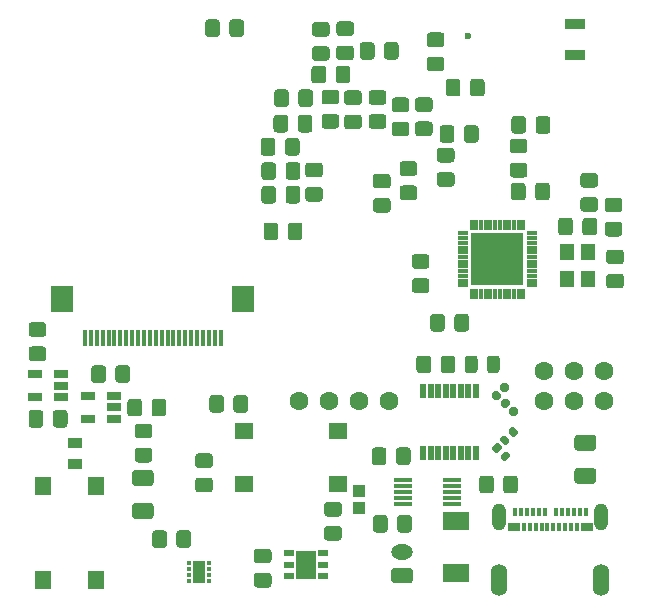
<source format=gbr>
G04 #@! TF.GenerationSoftware,KiCad,Pcbnew,(5.1.6)-1*
G04 #@! TF.CreationDate,2020-10-17T23:58:27+09:00*
G04 #@! TF.ProjectId,guardianCam_Wifi,67756172-6469-4616-9e43-616d5f576966,rev?*
G04 #@! TF.SameCoordinates,Original*
G04 #@! TF.FileFunction,Soldermask,Top*
G04 #@! TF.FilePolarity,Negative*
%FSLAX46Y46*%
G04 Gerber Fmt 4.6, Leading zero omitted, Abs format (unit mm)*
G04 Created by KiCad (PCBNEW (5.1.6)-1) date 2020-10-17 23:58:27*
%MOMM*%
%LPD*%
G01*
G04 APERTURE LIST*
%ADD10R,0.500000X1.300000*%
%ADD11R,1.070000X1.100000*%
%ADD12R,1.598600X0.404800*%
%ADD13R,1.100000X1.900000*%
%ADD14R,0.350000X0.300000*%
%ADD15R,0.960000X0.500000*%
%ADD16R,1.730000X2.470000*%
%ADD17R,1.649400X1.395400*%
%ADD18R,0.400000X0.800000*%
%ADD19R,1.100000X0.800000*%
%ADD20O,1.200000X2.300000*%
%ADD21O,1.400000X2.700000*%
%ADD22R,1.395400X1.649400*%
%ADD23C,1.600000*%
%ADD24R,0.303200X0.862000*%
%ADD25R,0.862000X0.303200*%
%ADD26R,4.443400X4.443400*%
%ADD27R,1.200000X1.400000*%
%ADD28R,1.160000X0.750000*%
%ADD29C,0.600000*%
%ADD30R,1.300000X0.900000*%
%ADD31R,2.200000X1.500000*%
%ADD32O,1.850000X1.300000*%
%ADD33R,1.700000X0.900000*%
%ADD34R,1.900000X2.300000*%
%ADD35R,0.400000X1.400000*%
G04 APERTURE END LIST*
G36*
G01*
X117685000Y-139231738D02*
X117685000Y-140188262D01*
G75*
G02*
X117413262Y-140460000I-271738J0D01*
G01*
X116706738Y-140460000D01*
G75*
G02*
X116435000Y-140188262I0J271738D01*
G01*
X116435000Y-139231738D01*
G75*
G02*
X116706738Y-138960000I271738J0D01*
G01*
X117413262Y-138960000D01*
G75*
G02*
X117685000Y-139231738I0J-271738D01*
G01*
G37*
G36*
G01*
X119735000Y-139231738D02*
X119735000Y-140188262D01*
G75*
G02*
X119463262Y-140460000I-271738J0D01*
G01*
X118756738Y-140460000D01*
G75*
G02*
X118485000Y-140188262I0J271738D01*
G01*
X118485000Y-139231738D01*
G75*
G02*
X118756738Y-138960000I271738J0D01*
G01*
X119463262Y-138960000D01*
G75*
G02*
X119735000Y-139231738I0J-271738D01*
G01*
G37*
D10*
X134567500Y-138650000D03*
X135202500Y-138650000D03*
X135837500Y-138650000D03*
X136472500Y-138650000D03*
X137107500Y-138650000D03*
X137742500Y-138650000D03*
X138377500Y-138650000D03*
X139012500Y-138650000D03*
X139012500Y-143850000D03*
X138377500Y-143850000D03*
X137742500Y-143850000D03*
X137107500Y-143850000D03*
X136472500Y-143850000D03*
X135837500Y-143850000D03*
X135202500Y-143850000D03*
X134567500Y-143850000D03*
G36*
G01*
X141877711Y-139758404D02*
X141598404Y-140037712D01*
G75*
G02*
X141354452Y-140037712I-121976J121976D01*
G01*
X141110500Y-139793760D01*
G75*
G02*
X141110500Y-139549808I121976J121976D01*
G01*
X141389808Y-139270500D01*
G75*
G02*
X141633760Y-139270500I121976J-121976D01*
G01*
X141877712Y-139514452D01*
G75*
G02*
X141877712Y-139758404I-121976J-121976D01*
G01*
G37*
G36*
G01*
X142563605Y-140444298D02*
X142284298Y-140723606D01*
G75*
G02*
X142040346Y-140723606I-121976J121976D01*
G01*
X141796394Y-140479654D01*
G75*
G02*
X141796394Y-140235702I121976J121976D01*
G01*
X142075702Y-139956394D01*
G75*
G02*
X142319654Y-139956394I121976J-121976D01*
G01*
X142563606Y-140200346D01*
G75*
G02*
X142563606Y-140444298I-121976J-121976D01*
G01*
G37*
G36*
G01*
X141574298Y-142386395D02*
X141853606Y-142665702D01*
G75*
G02*
X141853606Y-142909654I-121976J-121976D01*
G01*
X141609654Y-143153606D01*
G75*
G02*
X141365702Y-143153606I-121976J121976D01*
G01*
X141086394Y-142874298D01*
G75*
G02*
X141086394Y-142630346I121976J121976D01*
G01*
X141330346Y-142386394D01*
G75*
G02*
X141574298Y-142386394I121976J-121976D01*
G01*
G37*
G36*
G01*
X142260192Y-141700501D02*
X142539500Y-141979808D01*
G75*
G02*
X142539500Y-142223760I-121976J-121976D01*
G01*
X142295548Y-142467712D01*
G75*
G02*
X142051596Y-142467712I-121976J121976D01*
G01*
X141772288Y-142188404D01*
G75*
G02*
X141772288Y-141944452I121976J121976D01*
G01*
X142016240Y-141700500D01*
G75*
G02*
X142260192Y-141700500I121976J-121976D01*
G01*
G37*
G36*
G01*
X141341596Y-138687711D02*
X141062288Y-138408404D01*
G75*
G02*
X141062288Y-138164452I121976J121976D01*
G01*
X141306240Y-137920500D01*
G75*
G02*
X141550192Y-137920500I121976J-121976D01*
G01*
X141829500Y-138199808D01*
G75*
G02*
X141829500Y-138443760I-121976J-121976D01*
G01*
X141585548Y-138687712D01*
G75*
G02*
X141341596Y-138687712I-121976J121976D01*
G01*
G37*
G36*
G01*
X140655702Y-139373605D02*
X140376394Y-139094298D01*
G75*
G02*
X140376394Y-138850346I121976J121976D01*
G01*
X140620346Y-138606394D01*
G75*
G02*
X140864298Y-138606394I121976J-121976D01*
G01*
X141143606Y-138885702D01*
G75*
G02*
X141143606Y-139129654I-121976J-121976D01*
G01*
X140899654Y-139373606D01*
G75*
G02*
X140655702Y-139373606I-121976J121976D01*
G01*
G37*
G36*
G01*
X141102289Y-144021596D02*
X141381596Y-143742288D01*
G75*
G02*
X141625548Y-143742288I121976J-121976D01*
G01*
X141869500Y-143986240D01*
G75*
G02*
X141869500Y-144230192I-121976J-121976D01*
G01*
X141590192Y-144509500D01*
G75*
G02*
X141346240Y-144509500I-121976J121976D01*
G01*
X141102288Y-144265548D01*
G75*
G02*
X141102288Y-144021596I121976J121976D01*
G01*
G37*
G36*
G01*
X140416395Y-143335702D02*
X140695702Y-143056394D01*
G75*
G02*
X140939654Y-143056394I121976J-121976D01*
G01*
X141183606Y-143300346D01*
G75*
G02*
X141183606Y-143544298I-121976J-121976D01*
G01*
X140904298Y-143823606D01*
G75*
G02*
X140660346Y-143823606I-121976J121976D01*
G01*
X140416394Y-143579654D01*
G75*
G02*
X140416394Y-143335702I121976J121976D01*
G01*
G37*
D11*
X129100000Y-147060000D03*
X129100000Y-148530000D03*
G36*
G01*
X131440000Y-143661738D02*
X131440000Y-144618262D01*
G75*
G02*
X131168262Y-144890000I-271738J0D01*
G01*
X130461738Y-144890000D01*
G75*
G02*
X130190000Y-144618262I0J271738D01*
G01*
X130190000Y-143661738D01*
G75*
G02*
X130461738Y-143390000I271738J0D01*
G01*
X131168262Y-143390000D01*
G75*
G02*
X131440000Y-143661738I0J-271738D01*
G01*
G37*
G36*
G01*
X133490000Y-143661738D02*
X133490000Y-144618262D01*
G75*
G02*
X133218262Y-144890000I-271738J0D01*
G01*
X132511738Y-144890000D01*
G75*
G02*
X132240000Y-144618262I0J271738D01*
G01*
X132240000Y-143661738D01*
G75*
G02*
X132511738Y-143390000I271738J0D01*
G01*
X133218262Y-143390000D01*
G75*
G02*
X133490000Y-143661738I0J-271738D01*
G01*
G37*
D12*
X136977400Y-148160600D03*
X136977400Y-147678000D03*
X136977400Y-147170000D03*
X136977400Y-146662000D03*
X136977400Y-146179400D03*
X132862600Y-146179400D03*
X132862600Y-146662000D03*
X132862600Y-147170000D03*
X132862600Y-147678000D03*
X132862600Y-148160600D03*
G36*
G01*
X112850000Y-150671738D02*
X112850000Y-151628262D01*
G75*
G02*
X112578262Y-151900000I-271738J0D01*
G01*
X111871738Y-151900000D01*
G75*
G02*
X111600000Y-151628262I0J271738D01*
G01*
X111600000Y-150671738D01*
G75*
G02*
X111871738Y-150400000I271738J0D01*
G01*
X112578262Y-150400000D01*
G75*
G02*
X112850000Y-150671738I0J-271738D01*
G01*
G37*
G36*
G01*
X114900000Y-150671738D02*
X114900000Y-151628262D01*
G75*
G02*
X114628262Y-151900000I-271738J0D01*
G01*
X113921738Y-151900000D01*
G75*
G02*
X113650000Y-151628262I0J271738D01*
G01*
X113650000Y-150671738D01*
G75*
G02*
X113921738Y-150400000I271738J0D01*
G01*
X114628262Y-150400000D01*
G75*
G02*
X114900000Y-150671738I0J-271738D01*
G01*
G37*
D13*
X115530000Y-153910000D03*
D14*
X116380000Y-154660000D03*
X116380000Y-154160000D03*
X116380000Y-153660000D03*
X116380000Y-153160000D03*
X114680000Y-154660000D03*
X114680000Y-154160000D03*
X114680000Y-153660000D03*
X114680000Y-153160000D03*
G36*
G01*
X116468262Y-145150000D02*
X115511738Y-145150000D01*
G75*
G02*
X115240000Y-144878262I0J271738D01*
G01*
X115240000Y-144171738D01*
G75*
G02*
X115511738Y-143900000I271738J0D01*
G01*
X116468262Y-143900000D01*
G75*
G02*
X116740000Y-144171738I0J-271738D01*
G01*
X116740000Y-144878262D01*
G75*
G02*
X116468262Y-145150000I-271738J0D01*
G01*
G37*
G36*
G01*
X116468262Y-147200000D02*
X115511738Y-147200000D01*
G75*
G02*
X115240000Y-146928262I0J271738D01*
G01*
X115240000Y-146221738D01*
G75*
G02*
X115511738Y-145950000I271738J0D01*
G01*
X116468262Y-145950000D01*
G75*
G02*
X116740000Y-146221738I0J-271738D01*
G01*
X116740000Y-146928262D01*
G75*
G02*
X116468262Y-147200000I-271738J0D01*
G01*
G37*
D15*
X123225000Y-152360000D03*
X123225000Y-153310000D03*
X123225000Y-154260000D03*
X126095000Y-154260000D03*
X126095000Y-153310000D03*
X126095000Y-152360000D03*
D16*
X124660000Y-153310000D03*
D17*
X127304998Y-146480001D03*
X127304998Y-141979999D03*
X119355002Y-141979999D03*
X119355002Y-146480001D03*
D18*
X142320000Y-148840000D03*
X142820000Y-148840000D03*
X143320000Y-148840000D03*
X143820000Y-148840000D03*
X144320000Y-148840000D03*
X144820000Y-148840000D03*
X145820000Y-148840000D03*
X146320000Y-148840000D03*
X146820000Y-148840000D03*
X147320000Y-148840000D03*
X147820000Y-148840000D03*
X148320000Y-148840000D03*
D19*
X148420000Y-150140000D03*
D18*
X147570000Y-150140000D03*
X147070000Y-150140000D03*
X146570000Y-150140000D03*
X146070000Y-150140000D03*
X145570000Y-150140000D03*
X145070000Y-150140000D03*
X144570000Y-150140000D03*
X144070000Y-150140000D03*
X143570000Y-150140000D03*
X143070000Y-150140000D03*
D19*
X142220000Y-150140000D03*
D20*
X141000000Y-149250000D03*
X149640000Y-149250000D03*
D21*
X141000000Y-154610000D03*
X149640000Y-154610000D03*
D22*
X106860001Y-146685002D03*
X102359999Y-146685002D03*
X102359999Y-154634998D03*
X106860001Y-154634998D03*
D23*
X147290000Y-136890000D03*
X144750000Y-136890000D03*
X131620000Y-139500000D03*
X149830000Y-139420000D03*
X147290000Y-139430000D03*
X144750000Y-139430000D03*
X149830000Y-136890000D03*
X124000000Y-139500000D03*
X126540000Y-139500000D03*
X129080000Y-139500000D03*
G36*
G01*
X123975000Y-114308262D02*
X123975000Y-113351738D01*
G75*
G02*
X124246738Y-113080000I271738J0D01*
G01*
X124953262Y-113080000D01*
G75*
G02*
X125225000Y-113351738I0J-271738D01*
G01*
X125225000Y-114308262D01*
G75*
G02*
X124953262Y-114580000I-271738J0D01*
G01*
X124246738Y-114580000D01*
G75*
G02*
X123975000Y-114308262I0J271738D01*
G01*
G37*
G36*
G01*
X121925000Y-114308262D02*
X121925000Y-113351738D01*
G75*
G02*
X122196738Y-113080000I271738J0D01*
G01*
X122903262Y-113080000D01*
G75*
G02*
X123175000Y-113351738I0J-271738D01*
G01*
X123175000Y-114308262D01*
G75*
G02*
X122903262Y-114580000I-271738J0D01*
G01*
X122196738Y-114580000D01*
G75*
G02*
X121925000Y-114308262I0J271738D01*
G01*
G37*
D24*
X143040001Y-124523600D03*
X142639999Y-124523600D03*
X142240000Y-124523600D03*
X141840001Y-124523600D03*
X141439999Y-124523600D03*
X141040000Y-124523600D03*
X140640000Y-124523600D03*
X140240001Y-124523600D03*
X139839999Y-124523600D03*
X139440000Y-124523600D03*
X139040001Y-124523600D03*
X138639999Y-124523600D03*
D25*
X137893600Y-125269999D03*
X137893600Y-125670001D03*
X137893600Y-126070000D03*
X137893600Y-126469999D03*
X137893600Y-126870001D03*
X137893600Y-127270000D03*
X137893600Y-127670000D03*
X137893600Y-128069999D03*
X137893600Y-128470001D03*
X137893600Y-128870000D03*
X137893600Y-129269999D03*
X137893600Y-129670001D03*
D24*
X138639999Y-130416400D03*
X139040001Y-130416400D03*
X139440000Y-130416400D03*
X139839999Y-130416400D03*
X140240001Y-130416400D03*
X140640000Y-130416400D03*
X141040000Y-130416400D03*
X141439999Y-130416400D03*
X141840001Y-130416400D03*
X142240000Y-130416400D03*
X142639999Y-130416400D03*
X143040001Y-130416400D03*
D25*
X143786400Y-129670001D03*
X143786400Y-129269999D03*
X143786400Y-128870000D03*
X143786400Y-128470001D03*
X143786400Y-128069999D03*
X143786400Y-127670000D03*
X143786400Y-127270000D03*
X143786400Y-126870001D03*
X143786400Y-126469999D03*
X143786400Y-126070000D03*
X143786400Y-125670001D03*
X143786400Y-125269999D03*
D26*
X140840000Y-127470000D03*
D27*
X146740000Y-126870000D03*
X146740000Y-129170000D03*
X148540000Y-129170000D03*
X148540000Y-126870000D03*
D28*
X101680000Y-139110000D03*
X101680000Y-137210000D03*
X103880000Y-137210000D03*
X103880000Y-138160000D03*
X103880000Y-139110000D03*
X106140000Y-140950000D03*
X106140000Y-139050000D03*
X108340000Y-139050000D03*
X108340000Y-140000000D03*
X108340000Y-140950000D03*
G36*
G01*
X110391738Y-143425000D02*
X111348262Y-143425000D01*
G75*
G02*
X111620000Y-143696738I0J-271738D01*
G01*
X111620000Y-144403262D01*
G75*
G02*
X111348262Y-144675000I-271738J0D01*
G01*
X110391738Y-144675000D01*
G75*
G02*
X110120000Y-144403262I0J271738D01*
G01*
X110120000Y-143696738D01*
G75*
G02*
X110391738Y-143425000I271738J0D01*
G01*
G37*
G36*
G01*
X110391738Y-141375000D02*
X111348262Y-141375000D01*
G75*
G02*
X111620000Y-141646738I0J-271738D01*
G01*
X111620000Y-142353262D01*
G75*
G02*
X111348262Y-142625000I-271738J0D01*
G01*
X110391738Y-142625000D01*
G75*
G02*
X110120000Y-142353262I0J271738D01*
G01*
X110120000Y-141646738D01*
G75*
G02*
X110391738Y-141375000I271738J0D01*
G01*
G37*
G36*
G01*
X136025000Y-136838262D02*
X136025000Y-135881738D01*
G75*
G02*
X136296738Y-135610000I271738J0D01*
G01*
X137003262Y-135610000D01*
G75*
G02*
X137275000Y-135881738I0J-271738D01*
G01*
X137275000Y-136838262D01*
G75*
G02*
X137003262Y-137110000I-271738J0D01*
G01*
X136296738Y-137110000D01*
G75*
G02*
X136025000Y-136838262I0J271738D01*
G01*
G37*
G36*
G01*
X133975000Y-136838262D02*
X133975000Y-135881738D01*
G75*
G02*
X134246738Y-135610000I271738J0D01*
G01*
X134953262Y-135610000D01*
G75*
G02*
X135225000Y-135881738I0J-271738D01*
G01*
X135225000Y-136838262D01*
G75*
G02*
X134953262Y-137110000I-271738J0D01*
G01*
X134246738Y-137110000D01*
G75*
G02*
X133975000Y-136838262I0J271738D01*
G01*
G37*
G36*
G01*
X118135000Y-108368262D02*
X118135000Y-107411738D01*
G75*
G02*
X118406738Y-107140000I271738J0D01*
G01*
X119113262Y-107140000D01*
G75*
G02*
X119385000Y-107411738I0J-271738D01*
G01*
X119385000Y-108368262D01*
G75*
G02*
X119113262Y-108640000I-271738J0D01*
G01*
X118406738Y-108640000D01*
G75*
G02*
X118135000Y-108368262I0J271738D01*
G01*
G37*
G36*
G01*
X116085000Y-108368262D02*
X116085000Y-107411738D01*
G75*
G02*
X116356738Y-107140000I271738J0D01*
G01*
X117063262Y-107140000D01*
G75*
G02*
X117335000Y-107411738I0J-271738D01*
G01*
X117335000Y-108368262D01*
G75*
G02*
X117063262Y-108640000I-271738J0D01*
G01*
X116356738Y-108640000D01*
G75*
G02*
X116085000Y-108368262I0J271738D01*
G01*
G37*
G36*
G01*
X149088262Y-121395000D02*
X148131738Y-121395000D01*
G75*
G02*
X147860000Y-121123262I0J271738D01*
G01*
X147860000Y-120416738D01*
G75*
G02*
X148131738Y-120145000I271738J0D01*
G01*
X149088262Y-120145000D01*
G75*
G02*
X149360000Y-120416738I0J-271738D01*
G01*
X149360000Y-121123262D01*
G75*
G02*
X149088262Y-121395000I-271738J0D01*
G01*
G37*
G36*
G01*
X149088262Y-123445000D02*
X148131738Y-123445000D01*
G75*
G02*
X147860000Y-123173262I0J271738D01*
G01*
X147860000Y-122466738D01*
G75*
G02*
X148131738Y-122195000I271738J0D01*
G01*
X149088262Y-122195000D01*
G75*
G02*
X149360000Y-122466738I0J-271738D01*
G01*
X149360000Y-123173262D01*
G75*
G02*
X149088262Y-123445000I-271738J0D01*
G01*
G37*
G36*
G01*
X125788262Y-120525000D02*
X124831738Y-120525000D01*
G75*
G02*
X124560000Y-120253262I0J271738D01*
G01*
X124560000Y-119546738D01*
G75*
G02*
X124831738Y-119275000I271738J0D01*
G01*
X125788262Y-119275000D01*
G75*
G02*
X126060000Y-119546738I0J-271738D01*
G01*
X126060000Y-120253262D01*
G75*
G02*
X125788262Y-120525000I-271738J0D01*
G01*
G37*
G36*
G01*
X125788262Y-122575000D02*
X124831738Y-122575000D01*
G75*
G02*
X124560000Y-122303262I0J271738D01*
G01*
X124560000Y-121596738D01*
G75*
G02*
X124831738Y-121325000I271738J0D01*
G01*
X125788262Y-121325000D01*
G75*
G02*
X126060000Y-121596738I0J-271738D01*
G01*
X126060000Y-122303262D01*
G75*
G02*
X125788262Y-122575000I-271738J0D01*
G01*
G37*
G36*
G01*
X127461738Y-109365000D02*
X128418262Y-109365000D01*
G75*
G02*
X128690000Y-109636738I0J-271738D01*
G01*
X128690000Y-110343262D01*
G75*
G02*
X128418262Y-110615000I-271738J0D01*
G01*
X127461738Y-110615000D01*
G75*
G02*
X127190000Y-110343262I0J271738D01*
G01*
X127190000Y-109636738D01*
G75*
G02*
X127461738Y-109365000I271738J0D01*
G01*
G37*
G36*
G01*
X127461738Y-107315000D02*
X128418262Y-107315000D01*
G75*
G02*
X128690000Y-107586738I0J-271738D01*
G01*
X128690000Y-108293262D01*
G75*
G02*
X128418262Y-108565000I-271738J0D01*
G01*
X127461738Y-108565000D01*
G75*
G02*
X127190000Y-108293262I0J271738D01*
G01*
X127190000Y-107586738D01*
G75*
G02*
X127461738Y-107315000I271738J0D01*
G01*
G37*
G36*
G01*
X125401738Y-109415000D02*
X126358262Y-109415000D01*
G75*
G02*
X126630000Y-109686738I0J-271738D01*
G01*
X126630000Y-110393262D01*
G75*
G02*
X126358262Y-110665000I-271738J0D01*
G01*
X125401738Y-110665000D01*
G75*
G02*
X125130000Y-110393262I0J271738D01*
G01*
X125130000Y-109686738D01*
G75*
G02*
X125401738Y-109415000I271738J0D01*
G01*
G37*
G36*
G01*
X125401738Y-107365000D02*
X126358262Y-107365000D01*
G75*
G02*
X126630000Y-107636738I0J-271738D01*
G01*
X126630000Y-108343262D01*
G75*
G02*
X126358262Y-108615000I-271738J0D01*
G01*
X125401738Y-108615000D01*
G75*
G02*
X125130000Y-108343262I0J271738D01*
G01*
X125130000Y-107636738D01*
G75*
G02*
X125401738Y-107365000I271738J0D01*
G01*
G37*
G36*
G01*
X136078262Y-109505000D02*
X135121738Y-109505000D01*
G75*
G02*
X134850000Y-109233262I0J271738D01*
G01*
X134850000Y-108526738D01*
G75*
G02*
X135121738Y-108255000I271738J0D01*
G01*
X136078262Y-108255000D01*
G75*
G02*
X136350000Y-108526738I0J-271738D01*
G01*
X136350000Y-109233262D01*
G75*
G02*
X136078262Y-109505000I-271738J0D01*
G01*
G37*
G36*
G01*
X136078262Y-111555000D02*
X135121738Y-111555000D01*
G75*
G02*
X134850000Y-111283262I0J271738D01*
G01*
X134850000Y-110576738D01*
G75*
G02*
X135121738Y-110305000I271738J0D01*
G01*
X136078262Y-110305000D01*
G75*
G02*
X136350000Y-110576738I0J-271738D01*
G01*
X136350000Y-111283262D01*
G75*
G02*
X136078262Y-111555000I-271738J0D01*
G01*
G37*
G36*
G01*
X137705000Y-112451738D02*
X137705000Y-113408262D01*
G75*
G02*
X137433262Y-113680000I-271738J0D01*
G01*
X136726738Y-113680000D01*
G75*
G02*
X136455000Y-113408262I0J271738D01*
G01*
X136455000Y-112451738D01*
G75*
G02*
X136726738Y-112180000I271738J0D01*
G01*
X137433262Y-112180000D01*
G75*
G02*
X137705000Y-112451738I0J-271738D01*
G01*
G37*
G36*
G01*
X139755000Y-112451738D02*
X139755000Y-113408262D01*
G75*
G02*
X139483262Y-113680000I-271738J0D01*
G01*
X138776738Y-113680000D01*
G75*
G02*
X138505000Y-113408262I0J271738D01*
G01*
X138505000Y-112451738D01*
G75*
G02*
X138776738Y-112180000I271738J0D01*
G01*
X139483262Y-112180000D01*
G75*
G02*
X139755000Y-112451738I0J-271738D01*
G01*
G37*
D29*
X138380000Y-108560000D03*
G36*
G01*
X142151738Y-119295000D02*
X143108262Y-119295000D01*
G75*
G02*
X143380000Y-119566738I0J-271738D01*
G01*
X143380000Y-120273262D01*
G75*
G02*
X143108262Y-120545000I-271738J0D01*
G01*
X142151738Y-120545000D01*
G75*
G02*
X141880000Y-120273262I0J271738D01*
G01*
X141880000Y-119566738D01*
G75*
G02*
X142151738Y-119295000I271738J0D01*
G01*
G37*
G36*
G01*
X142151738Y-117245000D02*
X143108262Y-117245000D01*
G75*
G02*
X143380000Y-117516738I0J-271738D01*
G01*
X143380000Y-118223262D01*
G75*
G02*
X143108262Y-118495000I-271738J0D01*
G01*
X142151738Y-118495000D01*
G75*
G02*
X141880000Y-118223262I0J271738D01*
G01*
X141880000Y-117516738D01*
G75*
G02*
X142151738Y-117245000I271738J0D01*
G01*
G37*
D30*
X105100000Y-142980000D03*
X105100000Y-144780000D03*
G36*
G01*
X111465000Y-146655000D02*
X110155000Y-146655000D01*
G75*
G02*
X109885000Y-146385000I0J270000D01*
G01*
X109885000Y-145575000D01*
G75*
G02*
X110155000Y-145305000I270000J0D01*
G01*
X111465000Y-145305000D01*
G75*
G02*
X111735000Y-145575000I0J-270000D01*
G01*
X111735000Y-146385000D01*
G75*
G02*
X111465000Y-146655000I-270000J0D01*
G01*
G37*
G36*
G01*
X111465000Y-149455000D02*
X110155000Y-149455000D01*
G75*
G02*
X109885000Y-149185000I0J270000D01*
G01*
X109885000Y-148375000D01*
G75*
G02*
X110155000Y-148105000I270000J0D01*
G01*
X111465000Y-148105000D01*
G75*
G02*
X111735000Y-148375000I0J-270000D01*
G01*
X111735000Y-149185000D01*
G75*
G02*
X111465000Y-149455000I-270000J0D01*
G01*
G37*
G36*
G01*
X139947500Y-136841250D02*
X139947500Y-135878750D01*
G75*
G02*
X140216250Y-135610000I268750J0D01*
G01*
X140753750Y-135610000D01*
G75*
G02*
X141022500Y-135878750I0J-268750D01*
G01*
X141022500Y-136841250D01*
G75*
G02*
X140753750Y-137110000I-268750J0D01*
G01*
X140216250Y-137110000D01*
G75*
G02*
X139947500Y-136841250I0J268750D01*
G01*
G37*
G36*
G01*
X138072500Y-136841250D02*
X138072500Y-135878750D01*
G75*
G02*
X138341250Y-135610000I268750J0D01*
G01*
X138878750Y-135610000D01*
G75*
G02*
X139147500Y-135878750I0J-268750D01*
G01*
X139147500Y-136841250D01*
G75*
G02*
X138878750Y-137110000I-268750J0D01*
G01*
X138341250Y-137110000D01*
G75*
G02*
X138072500Y-136841250I0J268750D01*
G01*
G37*
G36*
G01*
X147615000Y-145125000D02*
X148925000Y-145125000D01*
G75*
G02*
X149195000Y-145395000I0J-270000D01*
G01*
X149195000Y-146205000D01*
G75*
G02*
X148925000Y-146475000I-270000J0D01*
G01*
X147615000Y-146475000D01*
G75*
G02*
X147345000Y-146205000I0J270000D01*
G01*
X147345000Y-145395000D01*
G75*
G02*
X147615000Y-145125000I270000J0D01*
G01*
G37*
G36*
G01*
X147615000Y-142325000D02*
X148925000Y-142325000D01*
G75*
G02*
X149195000Y-142595000I0J-270000D01*
G01*
X149195000Y-143405000D01*
G75*
G02*
X148925000Y-143675000I-270000J0D01*
G01*
X147615000Y-143675000D01*
G75*
G02*
X147345000Y-143405000I0J270000D01*
G01*
X147345000Y-142595000D01*
G75*
G02*
X147615000Y-142325000I270000J0D01*
G01*
G37*
D31*
X137320000Y-154040000D03*
X137320000Y-149640000D03*
G36*
G01*
X137185000Y-133308262D02*
X137185000Y-132351738D01*
G75*
G02*
X137456738Y-132080000I271738J0D01*
G01*
X138163262Y-132080000D01*
G75*
G02*
X138435000Y-132351738I0J-271738D01*
G01*
X138435000Y-133308262D01*
G75*
G02*
X138163262Y-133580000I-271738J0D01*
G01*
X137456738Y-133580000D01*
G75*
G02*
X137185000Y-133308262I0J271738D01*
G01*
G37*
G36*
G01*
X135135000Y-133308262D02*
X135135000Y-132351738D01*
G75*
G02*
X135406738Y-132080000I271738J0D01*
G01*
X136113262Y-132080000D01*
G75*
G02*
X136385000Y-132351738I0J-271738D01*
G01*
X136385000Y-133308262D01*
G75*
G02*
X136113262Y-133580000I-271738J0D01*
G01*
X135406738Y-133580000D01*
G75*
G02*
X135135000Y-133308262I0J271738D01*
G01*
G37*
G36*
G01*
X133851738Y-129070000D02*
X134808262Y-129070000D01*
G75*
G02*
X135080000Y-129341738I0J-271738D01*
G01*
X135080000Y-130048262D01*
G75*
G02*
X134808262Y-130320000I-271738J0D01*
G01*
X133851738Y-130320000D01*
G75*
G02*
X133580000Y-130048262I0J271738D01*
G01*
X133580000Y-129341738D01*
G75*
G02*
X133851738Y-129070000I271738J0D01*
G01*
G37*
G36*
G01*
X133851738Y-127020000D02*
X134808262Y-127020000D01*
G75*
G02*
X135080000Y-127291738I0J-271738D01*
G01*
X135080000Y-127998262D01*
G75*
G02*
X134808262Y-128270000I-271738J0D01*
G01*
X133851738Y-128270000D01*
G75*
G02*
X133580000Y-127998262I0J271738D01*
G01*
X133580000Y-127291738D01*
G75*
G02*
X133851738Y-127020000I271738J0D01*
G01*
G37*
G36*
G01*
X135971738Y-120075000D02*
X136928262Y-120075000D01*
G75*
G02*
X137200000Y-120346738I0J-271738D01*
G01*
X137200000Y-121053262D01*
G75*
G02*
X136928262Y-121325000I-271738J0D01*
G01*
X135971738Y-121325000D01*
G75*
G02*
X135700000Y-121053262I0J271738D01*
G01*
X135700000Y-120346738D01*
G75*
G02*
X135971738Y-120075000I271738J0D01*
G01*
G37*
G36*
G01*
X135971738Y-118025000D02*
X136928262Y-118025000D01*
G75*
G02*
X137200000Y-118296738I0J-271738D01*
G01*
X137200000Y-119003262D01*
G75*
G02*
X136928262Y-119275000I-271738J0D01*
G01*
X135971738Y-119275000D01*
G75*
G02*
X135700000Y-119003262I0J271738D01*
G01*
X135700000Y-118296738D01*
G75*
G02*
X135971738Y-118025000I271738J0D01*
G01*
G37*
G36*
G01*
X137995000Y-117328262D02*
X137995000Y-116371738D01*
G75*
G02*
X138266738Y-116100000I271738J0D01*
G01*
X138973262Y-116100000D01*
G75*
G02*
X139245000Y-116371738I0J-271738D01*
G01*
X139245000Y-117328262D01*
G75*
G02*
X138973262Y-117600000I-271738J0D01*
G01*
X138266738Y-117600000D01*
G75*
G02*
X137995000Y-117328262I0J271738D01*
G01*
G37*
G36*
G01*
X135945000Y-117328262D02*
X135945000Y-116371738D01*
G75*
G02*
X136216738Y-116100000I271738J0D01*
G01*
X136923262Y-116100000D01*
G75*
G02*
X137195000Y-116371738I0J-271738D01*
G01*
X137195000Y-117328262D01*
G75*
G02*
X136923262Y-117600000I-271738J0D01*
G01*
X136216738Y-117600000D01*
G75*
G02*
X135945000Y-117328262I0J271738D01*
G01*
G37*
G36*
G01*
X151278262Y-127885000D02*
X150321738Y-127885000D01*
G75*
G02*
X150050000Y-127613262I0J271738D01*
G01*
X150050000Y-126906738D01*
G75*
G02*
X150321738Y-126635000I271738J0D01*
G01*
X151278262Y-126635000D01*
G75*
G02*
X151550000Y-126906738I0J-271738D01*
G01*
X151550000Y-127613262D01*
G75*
G02*
X151278262Y-127885000I-271738J0D01*
G01*
G37*
G36*
G01*
X151278262Y-129935000D02*
X150321738Y-129935000D01*
G75*
G02*
X150050000Y-129663262I0J271738D01*
G01*
X150050000Y-128956738D01*
G75*
G02*
X150321738Y-128685000I271738J0D01*
G01*
X151278262Y-128685000D01*
G75*
G02*
X151550000Y-128956738I0J-271738D01*
G01*
X151550000Y-129663262D01*
G75*
G02*
X151278262Y-129935000I-271738J0D01*
G01*
G37*
G36*
G01*
X150181738Y-124285000D02*
X151138262Y-124285000D01*
G75*
G02*
X151410000Y-124556738I0J-271738D01*
G01*
X151410000Y-125263262D01*
G75*
G02*
X151138262Y-125535000I-271738J0D01*
G01*
X150181738Y-125535000D01*
G75*
G02*
X149910000Y-125263262I0J271738D01*
G01*
X149910000Y-124556738D01*
G75*
G02*
X150181738Y-124285000I271738J0D01*
G01*
G37*
G36*
G01*
X150181738Y-122235000D02*
X151138262Y-122235000D01*
G75*
G02*
X151410000Y-122506738I0J-271738D01*
G01*
X151410000Y-123213262D01*
G75*
G02*
X151138262Y-123485000I-271738J0D01*
G01*
X150181738Y-123485000D01*
G75*
G02*
X149910000Y-123213262I0J271738D01*
G01*
X149910000Y-122506738D01*
G75*
G02*
X150181738Y-122235000I271738J0D01*
G01*
G37*
G36*
G01*
X144025000Y-122208262D02*
X144025000Y-121251738D01*
G75*
G02*
X144296738Y-120980000I271738J0D01*
G01*
X145003262Y-120980000D01*
G75*
G02*
X145275000Y-121251738I0J-271738D01*
G01*
X145275000Y-122208262D01*
G75*
G02*
X145003262Y-122480000I-271738J0D01*
G01*
X144296738Y-122480000D01*
G75*
G02*
X144025000Y-122208262I0J271738D01*
G01*
G37*
G36*
G01*
X141975000Y-122208262D02*
X141975000Y-121251738D01*
G75*
G02*
X142246738Y-120980000I271738J0D01*
G01*
X142953262Y-120980000D01*
G75*
G02*
X143225000Y-121251738I0J-271738D01*
G01*
X143225000Y-122208262D01*
G75*
G02*
X142953262Y-122480000I-271738J0D01*
G01*
X142246738Y-122480000D01*
G75*
G02*
X141975000Y-122208262I0J271738D01*
G01*
G37*
G36*
G01*
X144065000Y-116558262D02*
X144065000Y-115601738D01*
G75*
G02*
X144336738Y-115330000I271738J0D01*
G01*
X145043262Y-115330000D01*
G75*
G02*
X145315000Y-115601738I0J-271738D01*
G01*
X145315000Y-116558262D01*
G75*
G02*
X145043262Y-116830000I-271738J0D01*
G01*
X144336738Y-116830000D01*
G75*
G02*
X144065000Y-116558262I0J271738D01*
G01*
G37*
G36*
G01*
X142015000Y-116558262D02*
X142015000Y-115601738D01*
G75*
G02*
X142286738Y-115330000I271738J0D01*
G01*
X142993262Y-115330000D01*
G75*
G02*
X143265000Y-115601738I0J-271738D01*
G01*
X143265000Y-116558262D01*
G75*
G02*
X142993262Y-116830000I-271738J0D01*
G01*
X142286738Y-116830000D01*
G75*
G02*
X142015000Y-116558262I0J271738D01*
G01*
G37*
G36*
G01*
X148025000Y-125168262D02*
X148025000Y-124211738D01*
G75*
G02*
X148296738Y-123940000I271738J0D01*
G01*
X149003262Y-123940000D01*
G75*
G02*
X149275000Y-124211738I0J-271738D01*
G01*
X149275000Y-125168262D01*
G75*
G02*
X149003262Y-125440000I-271738J0D01*
G01*
X148296738Y-125440000D01*
G75*
G02*
X148025000Y-125168262I0J271738D01*
G01*
G37*
G36*
G01*
X145975000Y-125168262D02*
X145975000Y-124211738D01*
G75*
G02*
X146246738Y-123940000I271738J0D01*
G01*
X146953262Y-123940000D01*
G75*
G02*
X147225000Y-124211738I0J-271738D01*
G01*
X147225000Y-125168262D01*
G75*
G02*
X146953262Y-125440000I-271738J0D01*
G01*
X146246738Y-125440000D01*
G75*
G02*
X145975000Y-125168262I0J271738D01*
G01*
G37*
G36*
G01*
X127135000Y-112308262D02*
X127135000Y-111351738D01*
G75*
G02*
X127406738Y-111080000I271738J0D01*
G01*
X128113262Y-111080000D01*
G75*
G02*
X128385000Y-111351738I0J-271738D01*
G01*
X128385000Y-112308262D01*
G75*
G02*
X128113262Y-112580000I-271738J0D01*
G01*
X127406738Y-112580000D01*
G75*
G02*
X127135000Y-112308262I0J271738D01*
G01*
G37*
G36*
G01*
X125085000Y-112308262D02*
X125085000Y-111351738D01*
G75*
G02*
X125356738Y-111080000I271738J0D01*
G01*
X126063262Y-111080000D01*
G75*
G02*
X126335000Y-111351738I0J-271738D01*
G01*
X126335000Y-112308262D01*
G75*
G02*
X126063262Y-112580000I-271738J0D01*
G01*
X125356738Y-112580000D01*
G75*
G02*
X125085000Y-112308262I0J271738D01*
G01*
G37*
G36*
G01*
X133778262Y-120415000D02*
X132821738Y-120415000D01*
G75*
G02*
X132550000Y-120143262I0J271738D01*
G01*
X132550000Y-119436738D01*
G75*
G02*
X132821738Y-119165000I271738J0D01*
G01*
X133778262Y-119165000D01*
G75*
G02*
X134050000Y-119436738I0J-271738D01*
G01*
X134050000Y-120143262D01*
G75*
G02*
X133778262Y-120415000I-271738J0D01*
G01*
G37*
G36*
G01*
X133778262Y-122465000D02*
X132821738Y-122465000D01*
G75*
G02*
X132550000Y-122193262I0J271738D01*
G01*
X132550000Y-121486738D01*
G75*
G02*
X132821738Y-121215000I271738J0D01*
G01*
X133778262Y-121215000D01*
G75*
G02*
X134050000Y-121486738I0J-271738D01*
G01*
X134050000Y-122193262D01*
G75*
G02*
X133778262Y-122465000I-271738J0D01*
G01*
G37*
G36*
G01*
X123925000Y-116458262D02*
X123925000Y-115501738D01*
G75*
G02*
X124196738Y-115230000I271738J0D01*
G01*
X124903262Y-115230000D01*
G75*
G02*
X125175000Y-115501738I0J-271738D01*
G01*
X125175000Y-116458262D01*
G75*
G02*
X124903262Y-116730000I-271738J0D01*
G01*
X124196738Y-116730000D01*
G75*
G02*
X123925000Y-116458262I0J271738D01*
G01*
G37*
G36*
G01*
X121875000Y-116458262D02*
X121875000Y-115501738D01*
G75*
G02*
X122146738Y-115230000I271738J0D01*
G01*
X122853262Y-115230000D01*
G75*
G02*
X123125000Y-115501738I0J-271738D01*
G01*
X123125000Y-116458262D01*
G75*
G02*
X122853262Y-116730000I-271738J0D01*
G01*
X122146738Y-116730000D01*
G75*
G02*
X121875000Y-116458262I0J271738D01*
G01*
G37*
G36*
G01*
X122835000Y-118418262D02*
X122835000Y-117461738D01*
G75*
G02*
X123106738Y-117190000I271738J0D01*
G01*
X123813262Y-117190000D01*
G75*
G02*
X124085000Y-117461738I0J-271738D01*
G01*
X124085000Y-118418262D01*
G75*
G02*
X123813262Y-118690000I-271738J0D01*
G01*
X123106738Y-118690000D01*
G75*
G02*
X122835000Y-118418262I0J271738D01*
G01*
G37*
G36*
G01*
X120785000Y-118418262D02*
X120785000Y-117461738D01*
G75*
G02*
X121056738Y-117190000I271738J0D01*
G01*
X121763262Y-117190000D01*
G75*
G02*
X122035000Y-117461738I0J-271738D01*
G01*
X122035000Y-118418262D01*
G75*
G02*
X121763262Y-118690000I-271738J0D01*
G01*
X121056738Y-118690000D01*
G75*
G02*
X120785000Y-118418262I0J271738D01*
G01*
G37*
G36*
G01*
X122900000Y-122478262D02*
X122900000Y-121521738D01*
G75*
G02*
X123171738Y-121250000I271738J0D01*
G01*
X123878262Y-121250000D01*
G75*
G02*
X124150000Y-121521738I0J-271738D01*
G01*
X124150000Y-122478262D01*
G75*
G02*
X123878262Y-122750000I-271738J0D01*
G01*
X123171738Y-122750000D01*
G75*
G02*
X122900000Y-122478262I0J271738D01*
G01*
G37*
G36*
G01*
X120850000Y-122478262D02*
X120850000Y-121521738D01*
G75*
G02*
X121121738Y-121250000I271738J0D01*
G01*
X121828262Y-121250000D01*
G75*
G02*
X122100000Y-121521738I0J-271738D01*
G01*
X122100000Y-122478262D01*
G75*
G02*
X121828262Y-122750000I-271738J0D01*
G01*
X121121738Y-122750000D01*
G75*
G02*
X120850000Y-122478262I0J271738D01*
G01*
G37*
G36*
G01*
X122900000Y-120478262D02*
X122900000Y-119521738D01*
G75*
G02*
X123171738Y-119250000I271738J0D01*
G01*
X123878262Y-119250000D01*
G75*
G02*
X124150000Y-119521738I0J-271738D01*
G01*
X124150000Y-120478262D01*
G75*
G02*
X123878262Y-120750000I-271738J0D01*
G01*
X123171738Y-120750000D01*
G75*
G02*
X122900000Y-120478262I0J271738D01*
G01*
G37*
G36*
G01*
X120850000Y-120478262D02*
X120850000Y-119521738D01*
G75*
G02*
X121121738Y-119250000I271738J0D01*
G01*
X121828262Y-119250000D01*
G75*
G02*
X122100000Y-119521738I0J-271738D01*
G01*
X122100000Y-120478262D01*
G75*
G02*
X121828262Y-120750000I-271738J0D01*
G01*
X121121738Y-120750000D01*
G75*
G02*
X120850000Y-120478262I0J271738D01*
G01*
G37*
G36*
G01*
X130201738Y-115180000D02*
X131158262Y-115180000D01*
G75*
G02*
X131430000Y-115451738I0J-271738D01*
G01*
X131430000Y-116158262D01*
G75*
G02*
X131158262Y-116430000I-271738J0D01*
G01*
X130201738Y-116430000D01*
G75*
G02*
X129930000Y-116158262I0J271738D01*
G01*
X129930000Y-115451738D01*
G75*
G02*
X130201738Y-115180000I271738J0D01*
G01*
G37*
G36*
G01*
X130201738Y-113130000D02*
X131158262Y-113130000D01*
G75*
G02*
X131430000Y-113401738I0J-271738D01*
G01*
X131430000Y-114108262D01*
G75*
G02*
X131158262Y-114380000I-271738J0D01*
G01*
X130201738Y-114380000D01*
G75*
G02*
X129930000Y-114108262I0J271738D01*
G01*
X129930000Y-113401738D01*
G75*
G02*
X130201738Y-113130000I271738J0D01*
G01*
G37*
G36*
G01*
X123080000Y-125578262D02*
X123080000Y-124621738D01*
G75*
G02*
X123351738Y-124350000I271738J0D01*
G01*
X124058262Y-124350000D01*
G75*
G02*
X124330000Y-124621738I0J-271738D01*
G01*
X124330000Y-125578262D01*
G75*
G02*
X124058262Y-125850000I-271738J0D01*
G01*
X123351738Y-125850000D01*
G75*
G02*
X123080000Y-125578262I0J271738D01*
G01*
G37*
G36*
G01*
X121030000Y-125578262D02*
X121030000Y-124621738D01*
G75*
G02*
X121301738Y-124350000I271738J0D01*
G01*
X122008262Y-124350000D01*
G75*
G02*
X122280000Y-124621738I0J-271738D01*
G01*
X122280000Y-125578262D01*
G75*
G02*
X122008262Y-125850000I-271738J0D01*
G01*
X121301738Y-125850000D01*
G75*
G02*
X121030000Y-125578262I0J271738D01*
G01*
G37*
G36*
G01*
X128121738Y-115205000D02*
X129078262Y-115205000D01*
G75*
G02*
X129350000Y-115476738I0J-271738D01*
G01*
X129350000Y-116183262D01*
G75*
G02*
X129078262Y-116455000I-271738J0D01*
G01*
X128121738Y-116455000D01*
G75*
G02*
X127850000Y-116183262I0J271738D01*
G01*
X127850000Y-115476738D01*
G75*
G02*
X128121738Y-115205000I271738J0D01*
G01*
G37*
G36*
G01*
X128121738Y-113155000D02*
X129078262Y-113155000D01*
G75*
G02*
X129350000Y-113426738I0J-271738D01*
G01*
X129350000Y-114133262D01*
G75*
G02*
X129078262Y-114405000I-271738J0D01*
G01*
X128121738Y-114405000D01*
G75*
G02*
X127850000Y-114133262I0J271738D01*
G01*
X127850000Y-113426738D01*
G75*
G02*
X128121738Y-113155000I271738J0D01*
G01*
G37*
G36*
G01*
X120481738Y-154010000D02*
X121438262Y-154010000D01*
G75*
G02*
X121710000Y-154281738I0J-271738D01*
G01*
X121710000Y-154988262D01*
G75*
G02*
X121438262Y-155260000I-271738J0D01*
G01*
X120481738Y-155260000D01*
G75*
G02*
X120210000Y-154988262I0J271738D01*
G01*
X120210000Y-154281738D01*
G75*
G02*
X120481738Y-154010000I271738J0D01*
G01*
G37*
G36*
G01*
X120481738Y-151960000D02*
X121438262Y-151960000D01*
G75*
G02*
X121710000Y-152231738I0J-271738D01*
G01*
X121710000Y-152938262D01*
G75*
G02*
X121438262Y-153210000I-271738J0D01*
G01*
X120481738Y-153210000D01*
G75*
G02*
X120210000Y-152938262I0J271738D01*
G01*
X120210000Y-152231738D01*
G75*
G02*
X120481738Y-151960000I271738J0D01*
G01*
G37*
G36*
G01*
X126211738Y-115155000D02*
X127168262Y-115155000D01*
G75*
G02*
X127440000Y-115426738I0J-271738D01*
G01*
X127440000Y-116133262D01*
G75*
G02*
X127168262Y-116405000I-271738J0D01*
G01*
X126211738Y-116405000D01*
G75*
G02*
X125940000Y-116133262I0J271738D01*
G01*
X125940000Y-115426738D01*
G75*
G02*
X126211738Y-115155000I271738J0D01*
G01*
G37*
G36*
G01*
X126211738Y-113105000D02*
X127168262Y-113105000D01*
G75*
G02*
X127440000Y-113376738I0J-271738D01*
G01*
X127440000Y-114083262D01*
G75*
G02*
X127168262Y-114355000I-271738J0D01*
G01*
X126211738Y-114355000D01*
G75*
G02*
X125940000Y-114083262I0J271738D01*
G01*
X125940000Y-113376738D01*
G75*
G02*
X126211738Y-113105000I271738J0D01*
G01*
G37*
G36*
G01*
X131540000Y-149381738D02*
X131540000Y-150338262D01*
G75*
G02*
X131268262Y-150610000I-271738J0D01*
G01*
X130561738Y-150610000D01*
G75*
G02*
X130290000Y-150338262I0J271738D01*
G01*
X130290000Y-149381738D01*
G75*
G02*
X130561738Y-149110000I271738J0D01*
G01*
X131268262Y-149110000D01*
G75*
G02*
X131540000Y-149381738I0J-271738D01*
G01*
G37*
G36*
G01*
X133590000Y-149381738D02*
X133590000Y-150338262D01*
G75*
G02*
X133318262Y-150610000I-271738J0D01*
G01*
X132611738Y-150610000D01*
G75*
G02*
X132340000Y-150338262I0J271738D01*
G01*
X132340000Y-149381738D01*
G75*
G02*
X132611738Y-149110000I271738J0D01*
G01*
X133318262Y-149110000D01*
G75*
G02*
X133590000Y-149381738I0J-271738D01*
G01*
G37*
G36*
G01*
X134121738Y-115795000D02*
X135078262Y-115795000D01*
G75*
G02*
X135350000Y-116066738I0J-271738D01*
G01*
X135350000Y-116773262D01*
G75*
G02*
X135078262Y-117045000I-271738J0D01*
G01*
X134121738Y-117045000D01*
G75*
G02*
X133850000Y-116773262I0J271738D01*
G01*
X133850000Y-116066738D01*
G75*
G02*
X134121738Y-115795000I271738J0D01*
G01*
G37*
G36*
G01*
X134121738Y-113745000D02*
X135078262Y-113745000D01*
G75*
G02*
X135350000Y-114016738I0J-271738D01*
G01*
X135350000Y-114723262D01*
G75*
G02*
X135078262Y-114995000I-271738J0D01*
G01*
X134121738Y-114995000D01*
G75*
G02*
X133850000Y-114723262I0J271738D01*
G01*
X133850000Y-114016738D01*
G75*
G02*
X134121738Y-113745000I271738J0D01*
G01*
G37*
G36*
G01*
X102368262Y-134045000D02*
X101411738Y-134045000D01*
G75*
G02*
X101140000Y-133773262I0J271738D01*
G01*
X101140000Y-133066738D01*
G75*
G02*
X101411738Y-132795000I271738J0D01*
G01*
X102368262Y-132795000D01*
G75*
G02*
X102640000Y-133066738I0J-271738D01*
G01*
X102640000Y-133773262D01*
G75*
G02*
X102368262Y-134045000I-271738J0D01*
G01*
G37*
G36*
G01*
X102368262Y-136095000D02*
X101411738Y-136095000D01*
G75*
G02*
X101140000Y-135823262I0J271738D01*
G01*
X101140000Y-135116738D01*
G75*
G02*
X101411738Y-134845000I271738J0D01*
G01*
X102368262Y-134845000D01*
G75*
G02*
X102640000Y-135116738I0J-271738D01*
G01*
X102640000Y-135823262D01*
G75*
G02*
X102368262Y-136095000I-271738J0D01*
G01*
G37*
G36*
G01*
X108485000Y-137658262D02*
X108485000Y-136701738D01*
G75*
G02*
X108756738Y-136430000I271738J0D01*
G01*
X109463262Y-136430000D01*
G75*
G02*
X109735000Y-136701738I0J-271738D01*
G01*
X109735000Y-137658262D01*
G75*
G02*
X109463262Y-137930000I-271738J0D01*
G01*
X108756738Y-137930000D01*
G75*
G02*
X108485000Y-137658262I0J271738D01*
G01*
G37*
G36*
G01*
X106435000Y-137658262D02*
X106435000Y-136701738D01*
G75*
G02*
X106706738Y-136430000I271738J0D01*
G01*
X107413262Y-136430000D01*
G75*
G02*
X107685000Y-136701738I0J-271738D01*
G01*
X107685000Y-137658262D01*
G75*
G02*
X107413262Y-137930000I-271738J0D01*
G01*
X106706738Y-137930000D01*
G75*
G02*
X106435000Y-137658262I0J271738D01*
G01*
G37*
G36*
G01*
X132151738Y-115815000D02*
X133108262Y-115815000D01*
G75*
G02*
X133380000Y-116086738I0J-271738D01*
G01*
X133380000Y-116793262D01*
G75*
G02*
X133108262Y-117065000I-271738J0D01*
G01*
X132151738Y-117065000D01*
G75*
G02*
X131880000Y-116793262I0J271738D01*
G01*
X131880000Y-116086738D01*
G75*
G02*
X132151738Y-115815000I271738J0D01*
G01*
G37*
G36*
G01*
X132151738Y-113765000D02*
X133108262Y-113765000D01*
G75*
G02*
X133380000Y-114036738I0J-271738D01*
G01*
X133380000Y-114743262D01*
G75*
G02*
X133108262Y-115015000I-271738J0D01*
G01*
X132151738Y-115015000D01*
G75*
G02*
X131880000Y-114743262I0J271738D01*
G01*
X131880000Y-114036738D01*
G75*
G02*
X132151738Y-113765000I271738J0D01*
G01*
G37*
G36*
G01*
X141330000Y-147008262D02*
X141330000Y-146051738D01*
G75*
G02*
X141601738Y-145780000I271738J0D01*
G01*
X142308262Y-145780000D01*
G75*
G02*
X142580000Y-146051738I0J-271738D01*
G01*
X142580000Y-147008262D01*
G75*
G02*
X142308262Y-147280000I-271738J0D01*
G01*
X141601738Y-147280000D01*
G75*
G02*
X141330000Y-147008262I0J271738D01*
G01*
G37*
G36*
G01*
X139280000Y-147008262D02*
X139280000Y-146051738D01*
G75*
G02*
X139551738Y-145780000I271738J0D01*
G01*
X140258262Y-145780000D01*
G75*
G02*
X140530000Y-146051738I0J-271738D01*
G01*
X140530000Y-147008262D01*
G75*
G02*
X140258262Y-147280000I-271738J0D01*
G01*
X139551738Y-147280000D01*
G75*
G02*
X139280000Y-147008262I0J271738D01*
G01*
G37*
G36*
G01*
X111550000Y-140498262D02*
X111550000Y-139541738D01*
G75*
G02*
X111821738Y-139270000I271738J0D01*
G01*
X112528262Y-139270000D01*
G75*
G02*
X112800000Y-139541738I0J-271738D01*
G01*
X112800000Y-140498262D01*
G75*
G02*
X112528262Y-140770000I-271738J0D01*
G01*
X111821738Y-140770000D01*
G75*
G02*
X111550000Y-140498262I0J271738D01*
G01*
G37*
G36*
G01*
X109500000Y-140498262D02*
X109500000Y-139541738D01*
G75*
G02*
X109771738Y-139270000I271738J0D01*
G01*
X110478262Y-139270000D01*
G75*
G02*
X110750000Y-139541738I0J-271738D01*
G01*
X110750000Y-140498262D01*
G75*
G02*
X110478262Y-140770000I-271738J0D01*
G01*
X109771738Y-140770000D01*
G75*
G02*
X109500000Y-140498262I0J271738D01*
G01*
G37*
G36*
G01*
X102385000Y-140491738D02*
X102385000Y-141448262D01*
G75*
G02*
X102113262Y-141720000I-271738J0D01*
G01*
X101406738Y-141720000D01*
G75*
G02*
X101135000Y-141448262I0J271738D01*
G01*
X101135000Y-140491738D01*
G75*
G02*
X101406738Y-140220000I271738J0D01*
G01*
X102113262Y-140220000D01*
G75*
G02*
X102385000Y-140491738I0J-271738D01*
G01*
G37*
G36*
G01*
X104435000Y-140491738D02*
X104435000Y-141448262D01*
G75*
G02*
X104163262Y-141720000I-271738J0D01*
G01*
X103456738Y-141720000D01*
G75*
G02*
X103185000Y-141448262I0J271738D01*
G01*
X103185000Y-140491738D01*
G75*
G02*
X103456738Y-140220000I271738J0D01*
G01*
X104163262Y-140220000D01*
G75*
G02*
X104435000Y-140491738I0J-271738D01*
G01*
G37*
G36*
G01*
X127388262Y-149250000D02*
X126431738Y-149250000D01*
G75*
G02*
X126160000Y-148978262I0J271738D01*
G01*
X126160000Y-148271738D01*
G75*
G02*
X126431738Y-148000000I271738J0D01*
G01*
X127388262Y-148000000D01*
G75*
G02*
X127660000Y-148271738I0J-271738D01*
G01*
X127660000Y-148978262D01*
G75*
G02*
X127388262Y-149250000I-271738J0D01*
G01*
G37*
G36*
G01*
X127388262Y-151300000D02*
X126431738Y-151300000D01*
G75*
G02*
X126160000Y-151028262I0J271738D01*
G01*
X126160000Y-150321738D01*
G75*
G02*
X126431738Y-150050000I271738J0D01*
G01*
X127388262Y-150050000D01*
G75*
G02*
X127660000Y-150321738I0J-271738D01*
G01*
X127660000Y-151028262D01*
G75*
G02*
X127388262Y-151300000I-271738J0D01*
G01*
G37*
G36*
G01*
X130561738Y-122270000D02*
X131518262Y-122270000D01*
G75*
G02*
X131790000Y-122541738I0J-271738D01*
G01*
X131790000Y-123248262D01*
G75*
G02*
X131518262Y-123520000I-271738J0D01*
G01*
X130561738Y-123520000D01*
G75*
G02*
X130290000Y-123248262I0J271738D01*
G01*
X130290000Y-122541738D01*
G75*
G02*
X130561738Y-122270000I271738J0D01*
G01*
G37*
G36*
G01*
X130561738Y-120220000D02*
X131518262Y-120220000D01*
G75*
G02*
X131790000Y-120491738I0J-271738D01*
G01*
X131790000Y-121198262D01*
G75*
G02*
X131518262Y-121470000I-271738J0D01*
G01*
X130561738Y-121470000D01*
G75*
G02*
X130290000Y-121198262I0J271738D01*
G01*
X130290000Y-120491738D01*
G75*
G02*
X130561738Y-120220000I271738J0D01*
G01*
G37*
G36*
G01*
X131230000Y-110298262D02*
X131230000Y-109341738D01*
G75*
G02*
X131501738Y-109070000I271738J0D01*
G01*
X132208262Y-109070000D01*
G75*
G02*
X132480000Y-109341738I0J-271738D01*
G01*
X132480000Y-110298262D01*
G75*
G02*
X132208262Y-110570000I-271738J0D01*
G01*
X131501738Y-110570000D01*
G75*
G02*
X131230000Y-110298262I0J271738D01*
G01*
G37*
G36*
G01*
X129180000Y-110298262D02*
X129180000Y-109341738D01*
G75*
G02*
X129451738Y-109070000I271738J0D01*
G01*
X130158262Y-109070000D01*
G75*
G02*
X130430000Y-109341738I0J-271738D01*
G01*
X130430000Y-110298262D01*
G75*
G02*
X130158262Y-110570000I-271738J0D01*
G01*
X129451738Y-110570000D01*
G75*
G02*
X129180000Y-110298262I0J271738D01*
G01*
G37*
D32*
X132770000Y-152240000D03*
G36*
G01*
X133424168Y-154890000D02*
X132115832Y-154890000D01*
G75*
G02*
X131845000Y-154619168I0J270832D01*
G01*
X131845000Y-153860832D01*
G75*
G02*
X132115832Y-153590000I270832J0D01*
G01*
X133424168Y-153590000D01*
G75*
G02*
X133695000Y-153860832I0J-270832D01*
G01*
X133695000Y-154619168D01*
G75*
G02*
X133424168Y-154890000I-270832J0D01*
G01*
G37*
D33*
X147420000Y-107560000D03*
X147420000Y-110160000D03*
D34*
X119308400Y-130868000D03*
X104008400Y-130868000D03*
D35*
X105908400Y-134118000D03*
X106408400Y-134118000D03*
X106908400Y-134118000D03*
X107408400Y-134118000D03*
X107908400Y-134118000D03*
X108408400Y-134118000D03*
X108908400Y-134118000D03*
X109408400Y-134118000D03*
X109908400Y-134118000D03*
X110408400Y-134118000D03*
X110908400Y-134118000D03*
X111408400Y-134118000D03*
X111908400Y-134118000D03*
X112408400Y-134118000D03*
X112908400Y-134118000D03*
X113408400Y-134118000D03*
X113908400Y-134118000D03*
X114408400Y-134118000D03*
X114908400Y-134118000D03*
X115408400Y-134118000D03*
X115908400Y-134118000D03*
X116408400Y-134118000D03*
X116908400Y-134118000D03*
X117408400Y-134118000D03*
M02*

</source>
